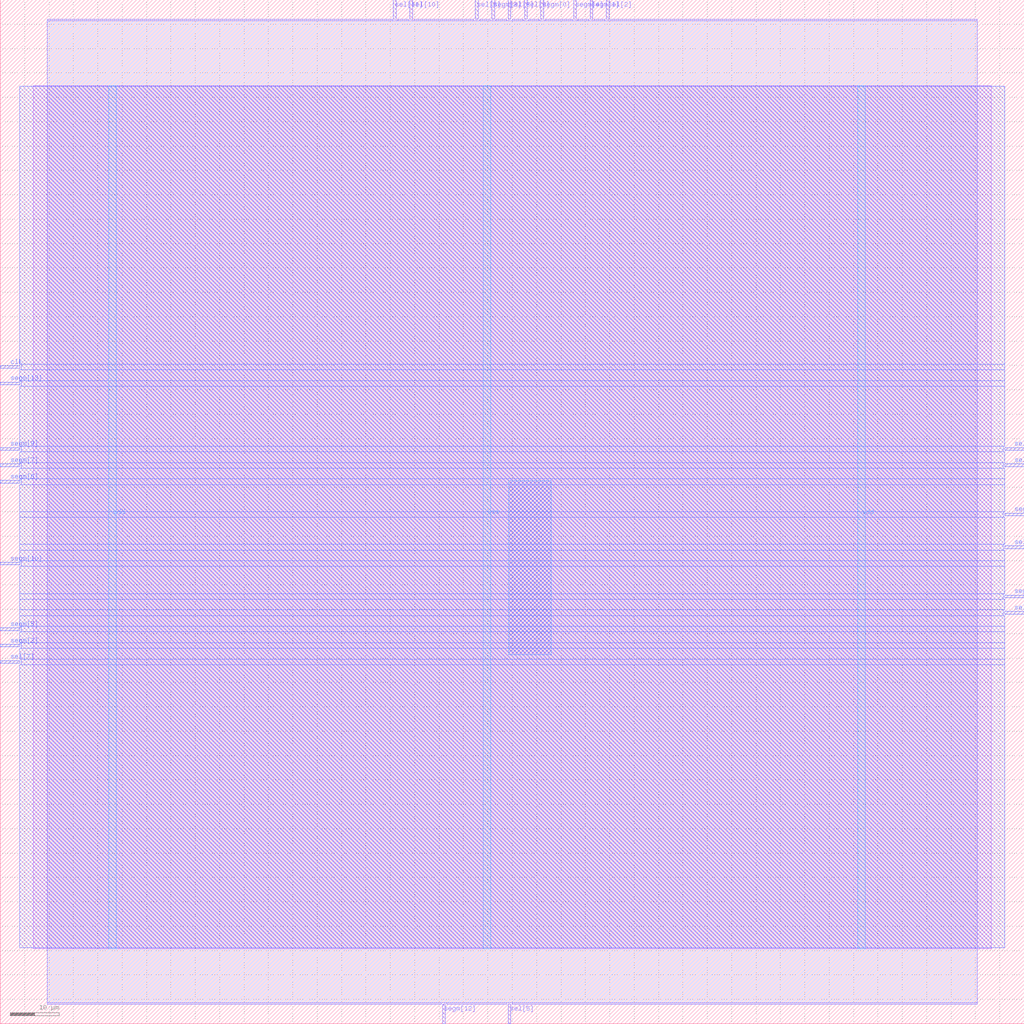
<source format=lef>
VERSION 5.7 ;
  NOWIREEXTENSIONATPIN ON ;
  DIVIDERCHAR "/" ;
  BUSBITCHARS "[]" ;
MACRO ita18
  CLASS BLOCK ;
  FOREIGN ita18 ;
  ORIGIN 0.000 0.000 ;
  SIZE 210.000 BY 210.000 ;
  PIN clk
    DIRECTION INPUT ;
    USE SIGNAL ;
    ANTENNAGATEAREA 4.738000 ;
    ANTENNADIFFAREA 0.410400 ;
    PORT
      LAYER Metal3 ;
        RECT 0.000 134.400 4.000 134.960 ;
    END
  END clk
  PIN segm[0]
    DIRECTION OUTPUT TRISTATE ;
    USE SIGNAL ;
    ANTENNADIFFAREA 4.731200 ;
    PORT
      LAYER Metal2 ;
        RECT 110.880 206.000 111.440 210.000 ;
    END
  END segm[0]
  PIN segm[10]
    DIRECTION OUTPUT TRISTATE ;
    USE SIGNAL ;
    ANTENNADIFFAREA 4.731200 ;
    PORT
      LAYER Metal3 ;
        RECT 0.000 94.080 4.000 94.640 ;
    END
  END segm[10]
  PIN segm[11]
    DIRECTION OUTPUT TRISTATE ;
    USE SIGNAL ;
    ANTENNADIFFAREA 4.731200 ;
    PORT
      LAYER Metal3 ;
        RECT 206.000 87.360 210.000 87.920 ;
    END
  END segm[11]
  PIN segm[12]
    DIRECTION OUTPUT TRISTATE ;
    USE SIGNAL ;
    ANTENNADIFFAREA 4.731200 ;
    PORT
      LAYER Metal2 ;
        RECT 90.720 0.000 91.280 4.000 ;
    END
  END segm[12]
  PIN segm[13]
    DIRECTION OUTPUT TRISTATE ;
    USE SIGNAL ;
    ANTENNADIFFAREA 4.731200 ;
    PORT
      LAYER Metal3 ;
        RECT 0.000 131.040 4.000 131.600 ;
    END
  END segm[13]
  PIN segm[1]
    DIRECTION OUTPUT TRISTATE ;
    USE SIGNAL ;
    ANTENNADIFFAREA 4.731200 ;
    PORT
      LAYER Metal2 ;
        RECT 120.960 206.000 121.520 210.000 ;
    END
  END segm[1]
  PIN segm[2]
    DIRECTION OUTPUT TRISTATE ;
    USE SIGNAL ;
    ANTENNADIFFAREA 4.731200 ;
    PORT
      LAYER Metal3 ;
        RECT 0.000 77.280 4.000 77.840 ;
    END
  END segm[2]
  PIN segm[3]
    DIRECTION OUTPUT TRISTATE ;
    USE SIGNAL ;
    ANTENNADIFFAREA 4.731200 ;
    PORT
      LAYER Metal2 ;
        RECT 100.800 206.000 101.360 210.000 ;
    END
  END segm[3]
  PIN segm[4]
    DIRECTION OUTPUT TRISTATE ;
    USE SIGNAL ;
    ANTENNADIFFAREA 4.731200 ;
    PORT
      LAYER Metal2 ;
        RECT 117.600 206.000 118.160 210.000 ;
    END
  END segm[4]
  PIN segm[5]
    DIRECTION OUTPUT TRISTATE ;
    USE SIGNAL ;
    ANTENNADIFFAREA 4.731200 ;
    PORT
      LAYER Metal3 ;
        RECT 0.000 80.640 4.000 81.200 ;
    END
  END segm[5]
  PIN segm[6]
    DIRECTION OUTPUT TRISTATE ;
    USE SIGNAL ;
    ANTENNADIFFAREA 4.731200 ;
    PORT
      LAYER Metal3 ;
        RECT 0.000 110.880 4.000 111.440 ;
    END
  END segm[6]
  PIN segm[7]
    DIRECTION OUTPUT TRISTATE ;
    USE SIGNAL ;
    ANTENNADIFFAREA 4.731200 ;
    PORT
      LAYER Metal3 ;
        RECT 0.000 114.240 4.000 114.800 ;
    END
  END segm[7]
  PIN segm[8]
    DIRECTION OUTPUT TRISTATE ;
    USE SIGNAL ;
    ANTENNADIFFAREA 4.731200 ;
    PORT
      LAYER Metal3 ;
        RECT 206.000 104.160 210.000 104.720 ;
    END
  END segm[8]
  PIN segm[9]
    DIRECTION OUTPUT TRISTATE ;
    USE SIGNAL ;
    ANTENNADIFFAREA 4.731200 ;
    PORT
      LAYER Metal3 ;
        RECT 0.000 117.600 4.000 118.160 ;
    END
  END segm[9]
  PIN sel[0]
    DIRECTION OUTPUT TRISTATE ;
    USE SIGNAL ;
    ANTENNADIFFAREA 4.731200 ;
    PORT
      LAYER Metal3 ;
        RECT 206.000 117.600 210.000 118.160 ;
    END
  END sel[0]
  PIN sel[10]
    DIRECTION OUTPUT TRISTATE ;
    USE SIGNAL ;
    ANTENNADIFFAREA 4.731200 ;
    PORT
      LAYER Metal2 ;
        RECT 84.000 206.000 84.560 210.000 ;
    END
  END sel[10]
  PIN sel[11]
    DIRECTION OUTPUT TRISTATE ;
    USE SIGNAL ;
    ANTENNADIFFAREA 4.731200 ;
    PORT
      LAYER Metal2 ;
        RECT 80.640 206.000 81.200 210.000 ;
    END
  END sel[11]
  PIN sel[1]
    DIRECTION OUTPUT TRISTATE ;
    USE SIGNAL ;
    ANTENNADIFFAREA 4.731200 ;
    PORT
      LAYER Metal3 ;
        RECT 206.000 114.240 210.000 114.800 ;
    END
  END sel[1]
  PIN sel[2]
    DIRECTION OUTPUT TRISTATE ;
    USE SIGNAL ;
    ANTENNADIFFAREA 4.731200 ;
    PORT
      LAYER Metal2 ;
        RECT 124.320 206.000 124.880 210.000 ;
    END
  END sel[2]
  PIN sel[3]
    DIRECTION OUTPUT TRISTATE ;
    USE SIGNAL ;
    ANTENNADIFFAREA 4.731200 ;
    PORT
      LAYER Metal3 ;
        RECT 206.000 97.440 210.000 98.000 ;
    END
  END sel[3]
  PIN sel[4]
    DIRECTION OUTPUT TRISTATE ;
    USE SIGNAL ;
    ANTENNADIFFAREA 4.731200 ;
    PORT
      LAYER Metal3 ;
        RECT 206.000 84.000 210.000 84.560 ;
    END
  END sel[4]
  PIN sel[5]
    DIRECTION OUTPUT TRISTATE ;
    USE SIGNAL ;
    ANTENNADIFFAREA 4.731200 ;
    PORT
      LAYER Metal2 ;
        RECT 104.160 0.000 104.720 4.000 ;
    END
  END sel[5]
  PIN sel[6]
    DIRECTION OUTPUT TRISTATE ;
    USE SIGNAL ;
    ANTENNADIFFAREA 4.731200 ;
    PORT
      LAYER Metal2 ;
        RECT 97.440 206.000 98.000 210.000 ;
    END
  END sel[6]
  PIN sel[7]
    DIRECTION OUTPUT TRISTATE ;
    USE SIGNAL ;
    ANTENNADIFFAREA 4.731200 ;
    PORT
      LAYER Metal3 ;
        RECT 0.000 73.920 4.000 74.480 ;
    END
  END sel[7]
  PIN sel[8]
    DIRECTION OUTPUT TRISTATE ;
    USE SIGNAL ;
    ANTENNADIFFAREA 4.731200 ;
    PORT
      LAYER Metal2 ;
        RECT 104.160 206.000 104.720 210.000 ;
    END
  END sel[8]
  PIN sel[9]
    DIRECTION OUTPUT TRISTATE ;
    USE SIGNAL ;
    ANTENNADIFFAREA 4.731200 ;
    PORT
      LAYER Metal2 ;
        RECT 107.520 206.000 108.080 210.000 ;
    END
  END sel[9]
  PIN vdd
    DIRECTION INOUT ;
    USE POWER ;
    PORT
      LAYER Metal4 ;
        RECT 22.240 15.380 23.840 192.380 ;
    END
    PORT
      LAYER Metal4 ;
        RECT 175.840 15.380 177.440 192.380 ;
    END
  END vdd
  PIN vss
    DIRECTION INOUT ;
    USE GROUND ;
    PORT
      LAYER Metal4 ;
        RECT 99.040 15.380 100.640 192.380 ;
    END
  END vss
  OBS
      LAYER Metal1 ;
        RECT 6.720 15.380 203.280 192.380 ;
      LAYER Metal2 ;
        RECT 9.660 205.700 80.340 206.000 ;
        RECT 81.500 205.700 83.700 206.000 ;
        RECT 84.860 205.700 97.140 206.000 ;
        RECT 98.300 205.700 100.500 206.000 ;
        RECT 101.660 205.700 103.860 206.000 ;
        RECT 105.020 205.700 107.220 206.000 ;
        RECT 108.380 205.700 110.580 206.000 ;
        RECT 111.740 205.700 117.300 206.000 ;
        RECT 118.460 205.700 120.660 206.000 ;
        RECT 121.820 205.700 124.020 206.000 ;
        RECT 125.180 205.700 200.340 206.000 ;
        RECT 9.660 4.300 200.340 205.700 ;
        RECT 9.660 4.000 90.420 4.300 ;
        RECT 91.580 4.000 103.860 4.300 ;
        RECT 105.020 4.000 200.340 4.300 ;
      LAYER Metal3 ;
        RECT 4.000 135.260 206.000 192.220 ;
        RECT 4.300 134.100 206.000 135.260 ;
        RECT 4.000 131.900 206.000 134.100 ;
        RECT 4.300 130.740 206.000 131.900 ;
        RECT 4.000 118.460 206.000 130.740 ;
        RECT 4.300 117.300 205.700 118.460 ;
        RECT 4.000 115.100 206.000 117.300 ;
        RECT 4.300 113.940 205.700 115.100 ;
        RECT 4.000 111.740 206.000 113.940 ;
        RECT 4.300 110.580 206.000 111.740 ;
        RECT 4.000 105.020 206.000 110.580 ;
        RECT 4.000 103.860 205.700 105.020 ;
        RECT 4.000 98.300 206.000 103.860 ;
        RECT 4.000 97.140 205.700 98.300 ;
        RECT 4.000 94.940 206.000 97.140 ;
        RECT 4.300 93.780 206.000 94.940 ;
        RECT 4.000 88.220 206.000 93.780 ;
        RECT 4.000 87.060 205.700 88.220 ;
        RECT 4.000 84.860 206.000 87.060 ;
        RECT 4.000 83.700 205.700 84.860 ;
        RECT 4.000 81.500 206.000 83.700 ;
        RECT 4.300 80.340 206.000 81.500 ;
        RECT 4.000 78.140 206.000 80.340 ;
        RECT 4.300 76.980 206.000 78.140 ;
        RECT 4.000 74.780 206.000 76.980 ;
        RECT 4.300 73.620 206.000 74.780 ;
        RECT 4.000 15.540 206.000 73.620 ;
      LAYER Metal4 ;
        RECT 104.300 75.690 112.980 111.350 ;
  END
END ita18
END LIBRARY


</source>
